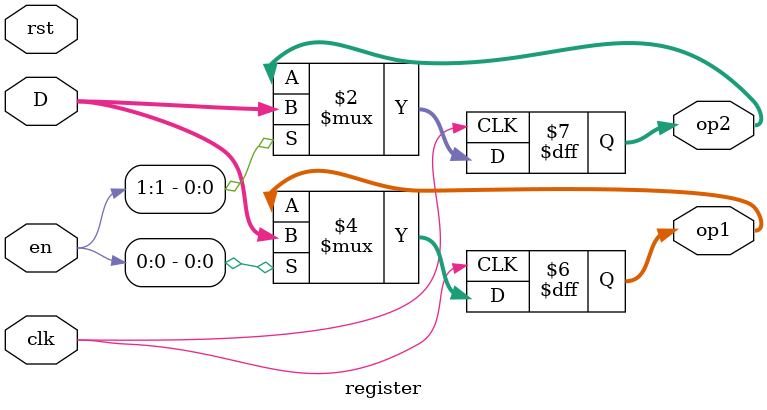
<source format=v>
`timescale 1ns / 1ps
module register(
    input [7:0] D, 
    input [1:0] en, 
    input rst, clk,
    output reg [7:0] op1, op2
);

always @ (posedge(clk)) begin
    if (en[0]) op1 <= D;
    if (en[1]) op2 <= D;
end
endmodule
</source>
